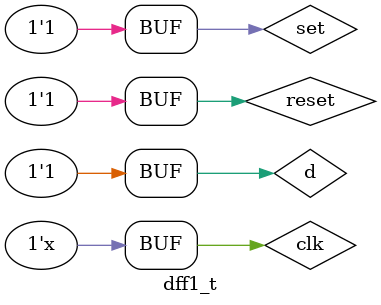
<source format=v>
`timescale 1ns/1ps
module dff1_t ();

reg d,clk,reset,set;
wire q,qn;

dff1 D1 (d,clk,reset,set,q,qn);

initial begin
clk = 0;
#13 d=1;
#25 d=0;
#17 d=1;
end

initial begin
#5 reset = 0; set = 0;
#15 reset = 1;
#50 set = 1;
end

always begin
#5 clk = ~clk;
end
endmodule

</source>
